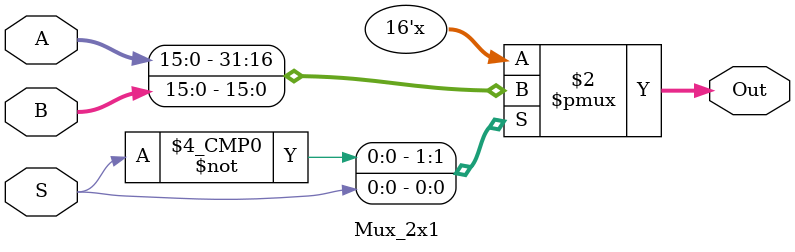
<source format=v>
`timescale 1ns / 1ps
module Mux_2x1(
    input [15:0] A,
    input [15:0] B,
    input S,
    output reg [15:0] Out
    );
	 
	 always @ (A or B or S) begin
	 
		case(S)
			1'b0: Out <= A;
			1'b1: Out <= B;
		endcase
		
	 end

endmodule

</source>
